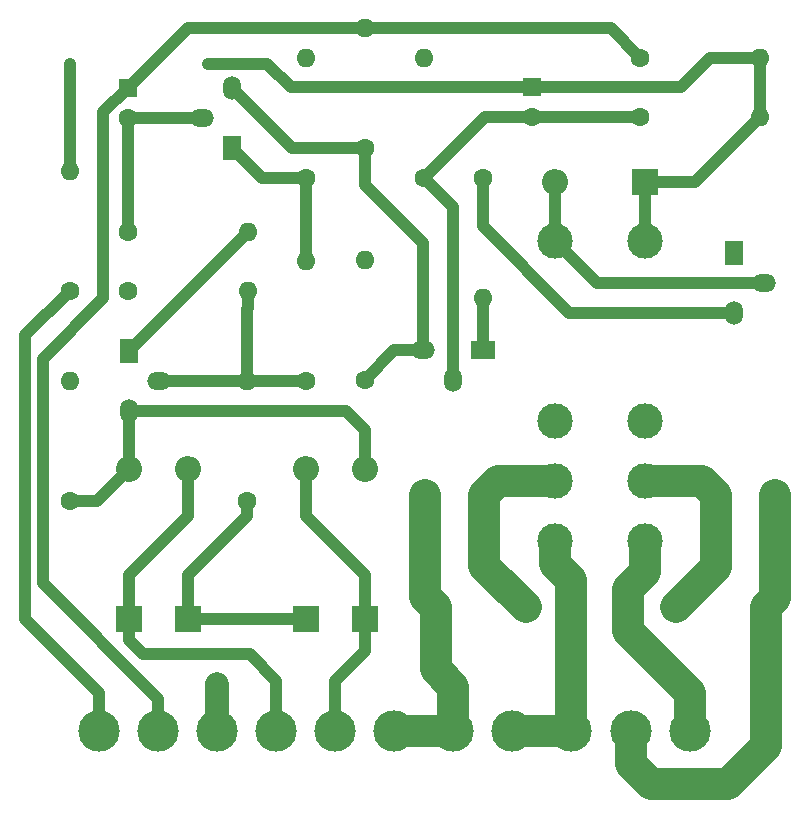
<source format=gbl>
G04 #@! TF.GenerationSoftware,KiCad,Pcbnew,(5.1.7)-1*
G04 #@! TF.CreationDate,2022-07-12T08:38:02+02:00*
G04 #@! TF.ProjectId,Relais-Modul,52656c61-6973-42d4-9d6f-64756c2e6b69,rev?*
G04 #@! TF.SameCoordinates,Original*
G04 #@! TF.FileFunction,Copper,L2,Bot*
G04 #@! TF.FilePolarity,Positive*
%FSLAX46Y46*%
G04 Gerber Fmt 4.6, Leading zero omitted, Abs format (unit mm)*
G04 Created by KiCad (PCBNEW (5.1.7)-1) date 2022-07-12 08:38:02*
%MOMM*%
%LPD*%
G01*
G04 APERTURE LIST*
G04 #@! TA.AperFunction,ComponentPad*
%ADD10C,3.500000*%
G04 #@! TD*
G04 #@! TA.AperFunction,ComponentPad*
%ADD11C,2.400000*%
G04 #@! TD*
G04 #@! TA.AperFunction,ComponentPad*
%ADD12O,2.400000X2.400000*%
G04 #@! TD*
G04 #@! TA.AperFunction,ComponentPad*
%ADD13O,2.200000X2.200000*%
G04 #@! TD*
G04 #@! TA.AperFunction,ComponentPad*
%ADD14R,2.200000X2.200000*%
G04 #@! TD*
G04 #@! TA.AperFunction,ComponentPad*
%ADD15O,1.500000X2.000000*%
G04 #@! TD*
G04 #@! TA.AperFunction,ComponentPad*
%ADD16R,1.500000X2.000000*%
G04 #@! TD*
G04 #@! TA.AperFunction,ComponentPad*
%ADD17O,2.000000X1.500000*%
G04 #@! TD*
G04 #@! TA.AperFunction,ComponentPad*
%ADD18R,2.000000X1.500000*%
G04 #@! TD*
G04 #@! TA.AperFunction,ComponentPad*
%ADD19C,1.600000*%
G04 #@! TD*
G04 #@! TA.AperFunction,ComponentPad*
%ADD20O,1.600000X1.600000*%
G04 #@! TD*
G04 #@! TA.AperFunction,ComponentPad*
%ADD21C,2.600000*%
G04 #@! TD*
G04 #@! TA.AperFunction,ComponentPad*
%ADD22R,1.600000X1.600000*%
G04 #@! TD*
G04 #@! TA.AperFunction,ComponentPad*
%ADD23C,3.000000*%
G04 #@! TD*
G04 #@! TA.AperFunction,ViaPad*
%ADD24C,0.800000*%
G04 #@! TD*
G04 #@! TA.AperFunction,ViaPad*
%ADD25C,1.200000*%
G04 #@! TD*
G04 #@! TA.AperFunction,Conductor*
%ADD26C,1.000000*%
G04 #@! TD*
G04 #@! TA.AperFunction,Conductor*
%ADD27C,2.750000*%
G04 #@! TD*
G04 #@! TA.AperFunction,Conductor*
%ADD28C,2.000000*%
G04 #@! TD*
G04 APERTURE END LIST*
D10*
X83250000Y-87000000D03*
X78250000Y-87000000D03*
X73250000Y-87000000D03*
X68250000Y-87000000D03*
X63250000Y-87000000D03*
X58250000Y-87000000D03*
X53250000Y-87000000D03*
X48250000Y-87000000D03*
X43250000Y-87000000D03*
X38250000Y-87000000D03*
X33250000Y-87000000D03*
D11*
X61750000Y-76500000D03*
D12*
X69370000Y-76500000D03*
D11*
X89750000Y-76500000D03*
D12*
X82130000Y-76500000D03*
D13*
X71880000Y-40500000D03*
D14*
X79500000Y-40500000D03*
D15*
X87000000Y-51580000D03*
D16*
X87000000Y-46500000D03*
D17*
X89540000Y-49040000D03*
D15*
X63210000Y-57290000D03*
D18*
X65750000Y-54750000D03*
D17*
X60670000Y-54750000D03*
X41960000Y-35080000D03*
D16*
X44500000Y-37620000D03*
D15*
X44500000Y-32540000D03*
D17*
X38290000Y-57340000D03*
D16*
X35750000Y-54800000D03*
D15*
X35750000Y-59880000D03*
D19*
X30750000Y-49750000D03*
D20*
X30750000Y-39590000D03*
D19*
X79090000Y-30000000D03*
D20*
X89250000Y-30000000D03*
D19*
X79090000Y-35000000D03*
D20*
X89250000Y-35000000D03*
D19*
X60750000Y-40160000D03*
D20*
X60750000Y-30000000D03*
D19*
X65750000Y-40160000D03*
D20*
X65750000Y-50320000D03*
D19*
X55750000Y-57250000D03*
D20*
X55750000Y-47090000D03*
D19*
X55750000Y-37660000D03*
D20*
X55750000Y-27500000D03*
D19*
X50750000Y-40160000D03*
D20*
X50750000Y-30000000D03*
D19*
X35670000Y-44750000D03*
D20*
X45830000Y-44750000D03*
D19*
X30750000Y-67500000D03*
D20*
X30750000Y-57340000D03*
D19*
X35670000Y-49750000D03*
D20*
X45830000Y-49750000D03*
D19*
X50750000Y-57340000D03*
D20*
X50750000Y-47180000D03*
D19*
X45750000Y-67500000D03*
D20*
X45750000Y-57340000D03*
D21*
X60880000Y-67000000D03*
X65880000Y-67000000D03*
X85500000Y-67000000D03*
X90500000Y-67000000D03*
D13*
X55750000Y-64800000D03*
D14*
X55750000Y-77500000D03*
D13*
X35750000Y-64800000D03*
D14*
X35750000Y-77500000D03*
D13*
X40750000Y-64800000D03*
D14*
X40750000Y-77500000D03*
D13*
X50750000Y-64800000D03*
D14*
X50750000Y-77500000D03*
D22*
X69920000Y-32500000D03*
D19*
X69920000Y-35000000D03*
D22*
X35670000Y-32580000D03*
D19*
X35670000Y-35080000D03*
D23*
X79500000Y-45500000D03*
X71880000Y-45500000D03*
X71880000Y-60740000D03*
X71880000Y-65820000D03*
X71880000Y-70900000D03*
X79500000Y-60740000D03*
X79500000Y-65820000D03*
X79500000Y-70900000D03*
D24*
X42500000Y-30500000D03*
X30750000Y-30500000D03*
D25*
X43250000Y-83000000D03*
D26*
X35670000Y-44750000D02*
X35670000Y-35080000D01*
X41960000Y-35080000D02*
X35670000Y-35080000D01*
X89250000Y-30000000D02*
X89250000Y-35000000D01*
X79500000Y-45500000D02*
X79500000Y-40500000D01*
X85000000Y-30000000D02*
X82500000Y-32500000D01*
X89250000Y-30000000D02*
X85000000Y-30000000D01*
X69920000Y-32500000D02*
X82500000Y-32500000D01*
X69920000Y-32500000D02*
X49500000Y-32500000D01*
X30750000Y-30500000D02*
X30750000Y-39590000D01*
X47500000Y-30500000D02*
X49500000Y-32500000D01*
X42500000Y-30500000D02*
X47500000Y-30500000D01*
X79500000Y-40500000D02*
X83750000Y-40500000D01*
X83750000Y-40500000D02*
X89250000Y-35000000D01*
X69920000Y-35000000D02*
X79090000Y-35000000D01*
X65910000Y-35000000D02*
X60750000Y-40160000D01*
X69920000Y-35000000D02*
X65910000Y-35000000D01*
X63210000Y-42620000D02*
X60750000Y-40160000D01*
X63210000Y-57290000D02*
X63210000Y-42620000D01*
X71880000Y-40500000D02*
X71880000Y-45500000D01*
X75420000Y-49040000D02*
X71880000Y-45500000D01*
X89540000Y-49040000D02*
X75420000Y-49040000D01*
X40750000Y-77500000D02*
X50750000Y-77500000D01*
X45750000Y-67500000D02*
X45750000Y-68750000D01*
X40750000Y-73750000D02*
X40750000Y-77500000D01*
X45750000Y-68750000D02*
X40750000Y-73750000D01*
X33050000Y-67500000D02*
X35750000Y-64800000D01*
X30750000Y-67500000D02*
X33050000Y-67500000D01*
X35750000Y-59880000D02*
X35750000Y-64800000D01*
X55750000Y-61500000D02*
X55750000Y-64800000D01*
X54130000Y-59880000D02*
X55750000Y-61500000D01*
X35750000Y-59880000D02*
X54130000Y-59880000D01*
D27*
X82130000Y-76500000D02*
X85500000Y-73130000D01*
X85500000Y-73130000D02*
X85500000Y-67000000D01*
X84320000Y-65820000D02*
X85500000Y-67000000D01*
X79500000Y-65820000D02*
X84320000Y-65820000D01*
X69370000Y-76500000D02*
X65880000Y-73010000D01*
X65880000Y-67000000D02*
X65880000Y-73010000D01*
X67060000Y-65820000D02*
X65880000Y-67000000D01*
X71880000Y-65820000D02*
X67060000Y-65820000D01*
D26*
X35780000Y-54800000D02*
X45830000Y-44750000D01*
X35750000Y-54800000D02*
X35780000Y-54800000D01*
X87000000Y-51580000D02*
X73080000Y-51580000D01*
X65750000Y-44250000D02*
X65750000Y-40160000D01*
X73080000Y-51580000D02*
X65750000Y-44250000D01*
X65750000Y-50320000D02*
X65750000Y-54750000D01*
X38290000Y-57340000D02*
X50750000Y-57340000D01*
X45750000Y-57340000D02*
X45750000Y-51250000D01*
X45830000Y-51170000D02*
X45750000Y-51250000D01*
X45830000Y-49750000D02*
X45830000Y-51170000D01*
X50750000Y-40160000D02*
X50750000Y-47180000D01*
X47040000Y-40160000D02*
X44500000Y-37620000D01*
X50750000Y-40160000D02*
X47040000Y-40160000D01*
X58250000Y-54750000D02*
X55750000Y-57250000D01*
X60670000Y-54750000D02*
X58250000Y-54750000D01*
X60670000Y-54750000D02*
X60670000Y-45670000D01*
X55750000Y-40750000D02*
X55750000Y-37660000D01*
X60670000Y-45670000D02*
X55750000Y-40750000D01*
X49620000Y-37660000D02*
X44500000Y-32540000D01*
X55750000Y-37660000D02*
X49620000Y-37660000D01*
X40750000Y-27500000D02*
X35670000Y-32580000D01*
X55750000Y-27500000D02*
X40750000Y-27500000D01*
X76590000Y-27500000D02*
X79090000Y-30000000D01*
X55750000Y-27500000D02*
X76590000Y-27500000D01*
X38250000Y-87000000D02*
X38250000Y-85250000D01*
X33625000Y-34625000D02*
X35670000Y-32580000D01*
X33625000Y-50375000D02*
X33625000Y-34625000D01*
X28500000Y-55500000D02*
X33625000Y-50375000D01*
X38250000Y-84250000D02*
X28500000Y-74500000D01*
X28500000Y-74500000D02*
X28500000Y-55500000D01*
X38250000Y-87000000D02*
X38250000Y-84250000D01*
X50750000Y-64800000D02*
X50750000Y-68750000D01*
X55750000Y-73750000D02*
X55750000Y-77500000D01*
X50750000Y-68750000D02*
X55750000Y-73750000D01*
X53250000Y-87000000D02*
X53250000Y-82750000D01*
X55750000Y-80250000D02*
X55750000Y-77500000D01*
X53250000Y-82750000D02*
X55750000Y-80250000D01*
X40750000Y-64800000D02*
X40750000Y-68750000D01*
X35750000Y-73750000D02*
X35750000Y-77500000D01*
X40750000Y-68750000D02*
X35750000Y-73750000D01*
X35750000Y-77500000D02*
X35750000Y-79250000D01*
X35750000Y-79250000D02*
X37000000Y-80500000D01*
X37000000Y-80500000D02*
X46000000Y-80500000D01*
X48250000Y-82750000D02*
X48250000Y-87000000D01*
X46000000Y-80500000D02*
X48250000Y-82750000D01*
D27*
X79500000Y-73500000D02*
X79500000Y-70900000D01*
X78000000Y-75000000D02*
X79500000Y-73500000D01*
X78000000Y-78500000D02*
X78000000Y-75000000D01*
X83250000Y-83750000D02*
X78000000Y-78500000D01*
X83250000Y-87000000D02*
X83250000Y-83750000D01*
X78250000Y-87000000D02*
X78250000Y-89750000D01*
X78250000Y-89750000D02*
X80000000Y-91500000D01*
X80000000Y-91500000D02*
X86500000Y-91500000D01*
X89750000Y-88250000D02*
X89750000Y-76500000D01*
X86500000Y-91500000D02*
X89750000Y-88250000D01*
X90500000Y-75750000D02*
X89750000Y-76500000D01*
X90500000Y-67000000D02*
X90500000Y-75750000D01*
X68250000Y-87000000D02*
X73250000Y-87000000D01*
X71880000Y-72880000D02*
X73250000Y-74250000D01*
X71880000Y-70900000D02*
X71880000Y-72880000D01*
X73250000Y-87000000D02*
X73250000Y-74250000D01*
X60880000Y-75630000D02*
X61750000Y-76500000D01*
X60880000Y-67000000D02*
X60880000Y-75630000D01*
X61750000Y-81750000D02*
X63250000Y-83250000D01*
X61750000Y-76500000D02*
X61750000Y-81750000D01*
X63250000Y-87000000D02*
X63250000Y-83250000D01*
X63250000Y-87000000D02*
X58250000Y-87000000D01*
D28*
X43250000Y-87000000D02*
X43250000Y-83000000D01*
X43250000Y-83000000D02*
X43250000Y-83000000D01*
D26*
X33250000Y-87000000D02*
X33250000Y-83750000D01*
X33250000Y-83750000D02*
X27000000Y-77500000D01*
X27000000Y-53500000D02*
X30750000Y-49750000D01*
X27000000Y-77500000D02*
X27000000Y-53500000D01*
M02*

</source>
